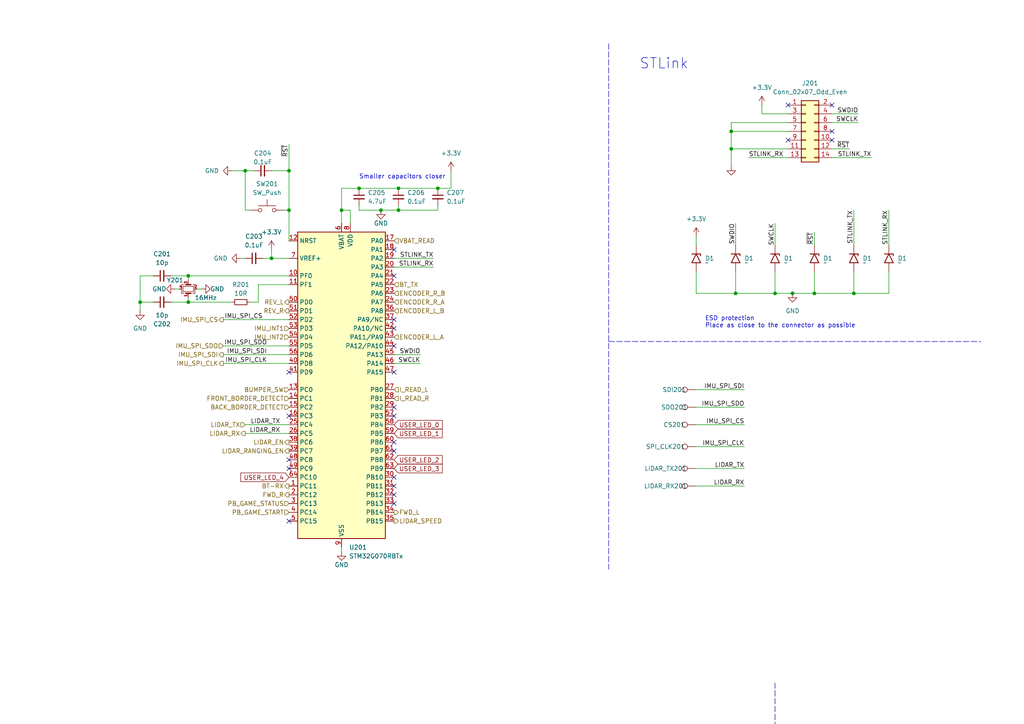
<source format=kicad_sch>
(kicad_sch (version 20230121) (generator eeschema)
  (paper "A4")
  (title_block (title "robot chat STM") (date "2023-09-19") (rev "1.0") (company "ENSEA"))
  (lib_symbols
    (symbol "Connector:TestPoint" (pin_numbers hide) (pin_names (offset 0.762) hide)
      (property "Reference" "TP" (at 0 6.858 0))
      (property "Value" "TestPoint" (at 0 5.08 0))
      (symbol "TestPoint_0_1"
        (circle (center 0 3.302) (radius 0.762))
      )
      (symbol "TestPoint_1_1"
        (pin passive line (at 0 0 90) (length 2.54) (name "1") (number "1"))
      )
    )
    (symbol "Connector_Generic:Conn_02x07_Odd_Even" (pin_names (offset 1.016) hide)
      (property "Reference" "J" (at 1.27 10.16 0))
      (property "Value" "Conn_02x07_Odd_Even" (at 1.27 -10.16 0))
      (symbol "Conn_02x07_Odd_Even_1_1"
        (rectangle (start -1.27 -7.493) (end 0 -7.747) (stroke (width 0.1524)))
        (rectangle (start -1.27 -4.953) (end 0 -5.207) (stroke (width 0.1524)))
        (rectangle (start -1.27 -2.413) (end 0 -2.667) (stroke (width 0.1524)))
        (rectangle (start -1.27 0.127) (end 0 -0.127) (stroke (width 0.1524)))
        (rectangle (start -1.27 2.667) (end 0 2.413) (stroke (width 0.1524)))
        (rectangle (start -1.27 5.207) (end 0 4.953) (stroke (width 0.1524)))
        (rectangle (start -1.27 7.747) (end 0 7.493) (stroke (width 0.1524)))
        (rectangle (start -1.27 8.89) (end 3.81 -8.89) (stroke (width 0.254)) (fill (type background)))
        (rectangle (start 3.81 -7.493) (end 2.54 -7.747) (stroke (width 0.1524)))
        (rectangle (start 3.81 -4.953) (end 2.54 -5.207) (stroke (width 0.1524)))
        (rectangle (start 3.81 -2.413) (end 2.54 -2.667) (stroke (width 0.1524)))
        (rectangle (start 3.81 0.127) (end 2.54 -0.127) (stroke (width 0.1524)))
        (rectangle (start 3.81 2.667) (end 2.54 2.413) (stroke (width 0.1524)))
        (rectangle (start 3.81 5.207) (end 2.54 4.953) (stroke (width 0.1524)))
        (rectangle (start 3.81 7.747) (end 2.54 7.493) (stroke (width 0.1524)))
        (pin passive line (at -5.08 7.62 0) (length 3.81) (name "Pin_1") (number "1"))
        (pin passive line (at 7.62 -2.54 180) (length 3.81) (name "Pin_10") (number "10"))
        (pin passive line (at -5.08 -5.08 0) (length 3.81) (name "Pin_11") (number "11"))
        (pin passive line (at 7.62 -5.08 180) (length 3.81) (name "Pin_12") (number "12"))
        (pin passive line (at -5.08 -7.62 0) (length 3.81) (name "Pin_13") (number "13"))
        (pin passive line (at 7.62 -7.62 180) (length 3.81) (name "Pin_14") (number "14"))
        (pin passive line (at 7.62 7.62 180) (length 3.81) (name "Pin_2") (number "2"))
        (pin passive line (at -5.08 5.08 0) (length 3.81) (name "Pin_3") (number "3"))
        (pin passive line (at 7.62 5.08 180) (length 3.81) (name "Pin_4") (number "4"))
        (pin passive line (at -5.08 2.54 0) (length 3.81) (name "Pin_5") (number "5"))
        (pin passive line (at 7.62 2.54 180) (length 3.81) (name "Pin_6") (number "6"))
        (pin passive line (at -5.08 0 0) (length 3.81) (name "Pin_7") (number "7"))
        (pin passive line (at 7.62 0 180) (length 3.81) (name "Pin_8") (number "8"))
        (pin passive line (at -5.08 -2.54 0) (length 3.81) (name "Pin_9") (number "9"))
      )
    )
    (symbol "Device:C_Small" (pin_numbers hide) (pin_names (offset 0.254) hide)
      (property "Reference" "C" (at 0.254 1.778 0))
      (property "Value" "C_Small" (at 0.254 -2.032 0))
      (symbol "C_Small_0_1"
        (polyline (pts (xy -1.524 -0.508) (xy 1.524 -0.508)) (stroke (width 0.3302)))
        (polyline (pts (xy -1.524 0.508) (xy 1.524 0.508)) (stroke (width 0.3048)))
      )
      (symbol "C_Small_1_1"
        (pin passive line (at 0 2.54 270) (length 2.032) (name "~") (number "1"))
        (pin passive line (at 0 -2.54 90) (length 2.032) (name "~") (number "2"))
      )
    )
    (symbol "Device:Crystal_GND24_Small" (pin_names (offset 1.016) hide)
      (property "Reference" "Y" (at 1.27 4.445 0))
      (property "Value" "Crystal_GND24_Small" (at 1.27 2.54 0))
      (symbol "Crystal_GND24_Small_0_1"
        (rectangle (start -0.762 -1.524) (end 0.762 1.524))
        (polyline (pts (xy -1.27 -0.762) (xy -1.27 0.762)) (stroke (width 0.381)))
        (polyline (pts (xy 1.27 -0.762) (xy 1.27 0.762)) (stroke (width 0.381)))
        (polyline (pts (xy -1.27 -1.27) (xy -1.27 -1.905) (xy 1.27 -1.905) (xy 1.27 -1.27)))
        (polyline (pts (xy -1.27 1.27) (xy -1.27 1.905) (xy 1.27 1.905) (xy 1.27 1.27)))
      )
      (symbol "Crystal_GND24_Small_1_1"
        (pin passive line (at -2.54 0 0) (length 1.27) (name "1") (number "1"))
        (pin passive line (at 0 -2.54 90) (length 0.635) (name "2") (number "2"))
        (pin passive line (at 2.54 0 180) (length 1.27) (name "3") (number "3"))
        (pin passive line (at 0 2.54 270) (length 0.635) (name "4") (number "4"))
      )
    )
    (symbol "Device:R_Small" (pin_numbers hide) (pin_names (offset 0.254) hide)
      (property "Reference" "R" (at 0.762 0.508 0))
      (property "Value" "R_Small" (at 0.762 -1.016 0))
      (symbol "R_Small_0_1"
        (rectangle (start -0.762 1.778) (end 0.762 -1.778) (stroke (width 0.2032)))
      )
      (symbol "R_Small_1_1"
        (pin passive line (at 0 2.54 270) (length 0.762) (name "~") (number "1"))
        (pin passive line (at 0 -2.54 90) (length 0.762) (name "~") (number "2"))
      )
    )
    (symbol "Diode:1N62xxA" (pin_numbers hide) (pin_names (offset 1.016) hide)
      (property "Reference" "D" (at 0 2.54 0))
      (property "Value" "1N62xxA" (at 0 -2.54 0))
      (symbol "1N62xxA_0_1"
        (polyline (pts (xy -0.762 1.27) (xy -1.27 1.27) (xy -1.27 -1.27)) (stroke (width 0.254)))
        (polyline (pts (xy 1.27 1.27) (xy 1.27 -1.27) (xy -1.27 0) (xy 1.27 1.27)) (stroke (width 0.254)))
      )
      (symbol "1N62xxA_1_1"
        (pin passive line (at -3.81 0 0) (length 2.54) (name "A1") (number "1"))
        (pin passive line (at 3.81 0 180) (length 2.54) (name "A2") (number "2"))
      )
    )
    (symbol "MCU_ST_STM32G0:STM32G070RBTx"
      (property "Reference" "U" (at -12.7 46.99 0))
      (property "Value" "STM32G070RBTx" (at 5.08 46.99 0))
      (symbol "STM32G070RBTx_0_1"
        (rectangle (start -12.7 -43.18) (end 12.7 45.72) (stroke (width 0.254)) (fill (type background)))
      )
      (symbol "STM32G070RBTx_1_1"
        (pin bidirectional line (at -15.24 -27.94 0) (length 2.54) (name "PC11") (number "1"))
        (pin bidirectional line (at -15.24 33.02 0) (length 2.54) (name "PF0") (number "10"))
        (pin bidirectional line (at -15.24 30.48 0) (length 2.54) (name "PF1") (number "11"))
        (pin input line (at -15.24 43.18 0) (length 2.54) (name "NRST") (number "12"))
        (pin bidirectional line (at -15.24 0 0) (length 2.54) (name "PC0") (number "13"))
        (pin bidirectional line (at -15.24 -2.54 0) (length 2.54) (name "PC1") (number "14"))
        (pin bidirectional line (at -15.24 -5.08 0) (length 2.54) (name "PC2") (number "15"))
        (pin bidirectional line (at -15.24 -7.62 0) (length 2.54) (name "PC3") (number "16"))
        (pin bidirectional line (at 15.24 43.18 180) (length 2.54) (name "PA0") (number "17"))
        (pin bidirectional line (at 15.24 40.64 180) (length 2.54) (name "PA1") (number "18"))
        (pin bidirectional line (at 15.24 38.1 180) (length 2.54) (name "PA2") (number "19"))
        (pin bidirectional line (at -15.24 -30.48 0) (length 2.54) (name "PC12") (number "2"))
        (pin bidirectional line (at 15.24 35.56 180) (length 2.54) (name "PA3") (number "20"))
        (pin bidirectional line (at 15.24 33.02 180) (length 2.54) (name "PA4") (number "21"))
        (pin bidirectional line (at 15.24 30.48 180) (length 2.54) (name "PA5") (number "22"))
        (pin bidirectional line (at 15.24 27.94 180) (length 2.54) (name "PA6") (number "23"))
        (pin bidirectional line (at 15.24 25.4 180) (length 2.54) (name "PA7") (number "24"))
        (pin bidirectional line (at -15.24 -10.16 0) (length 2.54) (name "PC4") (number "25"))
        (pin bidirectional line (at -15.24 -12.7 0) (length 2.54) (name "PC5") (number "26"))
        (pin bidirectional line (at 15.24 0 180) (length 2.54) (name "PB0") (number "27"))
        (pin bidirectional line (at 15.24 -2.54 180) (length 2.54) (name "PB1") (number "28"))
        (pin bidirectional line (at 15.24 -5.08 180) (length 2.54) (name "PB2") (number "29"))
        (pin bidirectional line (at -15.24 -33.02 0) (length 2.54) (name "PC13") (number "3"))
        (pin bidirectional line (at 15.24 -25.4 180) (length 2.54) (name "PB10") (number "30"))
        (pin bidirectional line (at 15.24 -27.94 180) (length 2.54) (name "PB11") (number "31"))
        (pin bidirectional line (at 15.24 -30.48 180) (length 2.54) (name "PB12") (number "32"))
        (pin bidirectional line (at 15.24 -33.02 180) (length 2.54) (name "PB13") (number "33"))
        (pin bidirectional line (at 15.24 -35.56 180) (length 2.54) (name "PB14") (number "34"))
        (pin bidirectional line (at 15.24 -38.1 180) (length 2.54) (name "PB15") (number "35"))
        (pin bidirectional line (at 15.24 22.86 180) (length 2.54) (name "PA8") (number "36"))
        (pin bidirectional line (at 15.24 20.32 180) (length 2.54) (name "PA9/NC") (number "37"))
        (pin bidirectional line (at -15.24 -15.24 0) (length 2.54) (name "PC6") (number "38"))
        (pin bidirectional line (at -15.24 -17.78 0) (length 2.54) (name "PC7") (number "39"))
        (pin bidirectional line (at -15.24 -35.56 0) (length 2.54) (name "PC14") (number "4"))
        (pin bidirectional line (at -15.24 7.62 0) (length 2.54) (name "PD8") (number "40"))
        (pin bidirectional line (at -15.24 5.08 0) (length 2.54) (name "PD9") (number "41"))
        (pin bidirectional line (at 15.24 17.78 180) (length 2.54) (name "PA10/NC") (number "42"))
        (pin bidirectional line (at 15.24 15.24 180) (length 2.54) (name "PA11/PA9") (number "43"))
        (pin bidirectional line (at 15.24 12.7 180) (length 2.54) (name "PA12/PA10") (number "44"))
        (pin bidirectional line (at 15.24 10.16 180) (length 2.54) (name "PA13") (number "45"))
        (pin bidirectional line (at 15.24 7.62 180) (length 2.54) (name "PA14") (number "46"))
        (pin bidirectional line (at 15.24 5.08 180) (length 2.54) (name "PA15") (number "47"))
        (pin bidirectional line (at -15.24 -20.32 0) (length 2.54) (name "PC8") (number "48"))
        (pin bidirectional line (at -15.24 -22.86 0) (length 2.54) (name "PC9") (number "49"))
        (pin bidirectional line (at -15.24 -38.1 0) (length 2.54) (name "PC15") (number "5"))
        (pin bidirectional line (at -15.24 25.4 0) (length 2.54) (name "PD0") (number "50"))
        (pin bidirectional line (at -15.24 22.86 0) (length 2.54) (name "PD1") (number "51"))
        (pin bidirectional line (at -15.24 20.32 0) (length 2.54) (name "PD2") (number "52"))
        (pin bidirectional line (at -15.24 17.78 0) (length 2.54) (name "PD3") (number "53"))
        (pin bidirectional line (at -15.24 15.24 0) (length 2.54) (name "PD4") (number "54"))
        (pin bidirectional line (at -15.24 12.7 0) (length 2.54) (name "PD5") (number "55"))
        (pin bidirectional line (at -15.24 10.16 0) (length 2.54) (name "PD6") (number "56"))
        (pin bidirectional line (at 15.24 -7.62 180) (length 2.54) (name "PB3") (number "57"))
        (pin bidirectional line (at 15.24 -10.16 180) (length 2.54) (name "PB4") (number "58"))
        (pin bidirectional line (at 15.24 -12.7 180) (length 2.54) (name "PB5") (number "59"))
        (pin power_in line (at 0 48.26 270) (length 2.54) (name "VBAT") (number "6"))
        (pin bidirectional line (at 15.24 -15.24 180) (length 2.54) (name "PB6") (number "60"))
        (pin bidirectional line (at 15.24 -17.78 180) (length 2.54) (name "PB7") (number "61"))
        (pin bidirectional line (at 15.24 -20.32 180) (length 2.54) (name "PB8") (number "62"))
        (pin bidirectional line (at 15.24 -22.86 180) (length 2.54) (name "PB9") (number "63"))
        (pin bidirectional line (at -15.24 -25.4 0) (length 2.54) (name "PC10") (number "64"))
        (pin input line (at -15.24 38.1 0) (length 2.54) (name "VREF+") (number "7"))
        (pin power_in line (at 2.54 48.26 270) (length 2.54) (name "VDD") (number "8"))
        (pin power_in line (at 0 -45.72 90) (length 2.54) (name "VSS") (number "9"))
      )
    )
    (symbol "Switch:SW_Push" (pin_numbers hide) (pin_names (offset 1.016) hide)
      (property "Reference" "SW" (at 1.27 2.54 0))
      (property "Value" "SW_Push" (at 0 -1.524 0))
      (symbol "SW_Push_0_1"
        (circle (center -2.032 0) (radius 0.508))
        (polyline (pts (xy 0 1.27) (xy 0 3.048)))
        (polyline (pts (xy 2.54 1.27) (xy -2.54 1.27)))
        (circle (center 2.032 0) (radius 0.508))
        (pin passive line (at -5.08 0 0) (length 2.54) (name "1") (number "1"))
        (pin passive line (at 5.08 0 180) (length 2.54) (name "2") (number "2"))
      )
    )
    (symbol "power:+3.3V" (power) (pin_names (offset 0))
      (property "Value" "+3.3V" (at 0 3.556 0))
      (symbol "+3.3V_0_1"
        (polyline (pts (xy -0.762 1.27) (xy 0 2.54)))
        (polyline (pts (xy 0 0) (xy 0 2.54)))
        (polyline (pts (xy 0 2.54) (xy 0.762 1.27)))
      )
      (symbol "+3.3V_1_1"
        (pin power_in line (at 0 0 90) (length 0) hide (name "+3.3V") (number "1"))
      )
    )
    (symbol "power:GND" (power) (pin_names (offset 0))
      (property "Value" "GND" (at 0 -3.81 0))
      (symbol "GND_0_1"
        (polyline (pts (xy 0 0) (xy 0 -1.27) (xy 1.27 -1.27) (xy 0 -2.54) (xy -1.27 -1.27) (xy 0 -1.27)))
      )
      (symbol "GND_1_1"
        (pin power_in line (at 0 0 270) (length 0) hide (name "GND") (number "1"))
      )
    )
  )
  (junction (at 115.57 60.96))
  (junction (at 78.74 74.93))
  (junction (at 224.79 85.09))
  (junction (at 212.09 43.18))
  (junction (at 71.12 49.53))
  (junction (at 236.22 85.09))
  (junction (at 247.65 85.09))
  (junction (at 104.14 54.61))
  (junction (at 212.09 38.1))
  (junction (at 83.82 60.96))
  (junction (at 127 54.61))
  (junction (at 110.49 60.96))
  (junction (at 115.57 54.61))
  (junction (at 99.06 60.96))
  (junction (at 54.61 80.01))
  (junction (at 229.87 85.09))
  (junction (at 213.36 85.09))
  (junction (at 40.64 87.63))
  (junction (at 83.82 49.53))
  (junction (at 54.61 87.63))
  (no_connect (at 114.3 130.81))
  (no_connect (at 114.3 118.11))
  (no_connect (at 83.82 107.95))
  (no_connect (at 241.3 30.48))
  (no_connect (at 114.3 128.27))
  (no_connect (at 241.3 40.64))
  (no_connect (at 114.3 107.95))
  (no_connect (at 228.6 40.64))
  (no_connect (at 114.3 95.25))
  (no_connect (at 83.82 120.65))
  (no_connect (at 114.3 92.71))
  (no_connect (at 83.82 133.35))
  (no_connect (at 114.3 80.01))
  (no_connect (at 114.3 143.51))
  (no_connect (at 114.3 138.43))
  (no_connect (at 114.3 146.05))
  (no_connect (at 114.3 100.33))
  (no_connect (at 83.82 135.89))
  (no_connect (at 83.82 151.13))
  (no_connect (at 114.3 140.97))
  (no_connect (at 114.3 120.65))
  (no_connect (at 241.3 38.1))
  (no_connect (at 114.3 72.39))
  (no_connect (at 228.6 30.48))
  (wire (pts (xy 236.22 67.31) (xy 236.22 71.12)))
  (wire (pts (xy 64.77 105.41) (xy 83.82 105.41)))
  (polyline (pts (xy 176.53 81.28) (xy 176.53 165.1)) (stroke (width 0) (type dash)))
  (wire (pts (xy 127 54.61) (xy 115.57 54.61)))
  (wire (pts (xy 212.09 38.1) (xy 228.6 38.1)))
  (wire (pts (xy 54.61 86.36) (xy 54.61 87.63)))
  (wire (pts (xy 125.73 77.47) (xy 114.3 77.47)))
  (wire (pts (xy 236.22 78.74) (xy 236.22 85.09)))
  (wire (pts (xy 201.93 85.09) (xy 213.36 85.09)))
  (wire (pts (xy 71.12 49.53) (xy 73.66 49.53)))
  (wire (pts (xy 224.79 85.09) (xy 224.79 78.74)))
  (wire (pts (xy 78.74 72.39) (xy 78.74 74.93)))
  (wire (pts (xy 201.93 140.97) (xy 215.9 140.97)))
  (wire (pts (xy 201.93 129.54) (xy 215.9 129.54)))
  (wire (pts (xy 49.53 80.01) (xy 54.61 80.01)))
  (wire (pts (xy 201.93 78.74) (xy 201.93 85.09)))
  (wire (pts (xy 40.64 80.01) (xy 40.64 87.63)))
  (wire (pts (xy 212.09 43.18) (xy 228.6 43.18)))
  (wire (pts (xy 130.81 49.53) (xy 130.81 54.61)))
  (wire (pts (xy 71.12 123.19) (xy 83.82 123.19)))
  (wire (pts (xy 213.36 85.09) (xy 213.36 78.74)))
  (wire (pts (xy 72.39 87.63) (xy 74.93 87.63)))
  (wire (pts (xy 69.85 74.93) (xy 71.12 74.93)))
  (wire (pts (xy 54.61 80.01) (xy 54.61 81.28)))
  (wire (pts (xy 99.06 54.61) (xy 104.14 54.61)))
  (wire (pts (xy 78.74 74.93) (xy 83.82 74.93)))
  (wire (pts (xy 50.8 83.82) (xy 52.07 83.82)))
  (wire (pts (xy 212.09 48.26) (xy 212.09 43.18)))
  (wire (pts (xy 64.77 100.33) (xy 83.82 100.33)))
  (wire (pts (xy 110.49 60.96) (xy 115.57 60.96)))
  (wire (pts (xy 99.06 158.75) (xy 99.06 160.02)))
  (wire (pts (xy 229.87 85.09) (xy 236.22 85.09)))
  (wire (pts (xy 99.06 64.77) (xy 99.06 60.96)))
  (wire (pts (xy 99.06 60.96) (xy 99.06 54.61)))
  (wire (pts (xy 57.15 83.82) (xy 58.42 83.82)))
  (wire (pts (xy 115.57 60.96) (xy 115.57 59.69)))
  (wire (pts (xy 257.81 60.96) (xy 257.81 71.12)))
  (wire (pts (xy 54.61 87.63) (xy 67.31 87.63)))
  (wire (pts (xy 114.3 105.41) (xy 121.92 105.41)))
  (wire (pts (xy 220.98 33.02) (xy 228.6 33.02)))
  (wire (pts (xy 224.79 85.09) (xy 229.87 85.09)))
  (polyline (pts (xy 224.79 281.94) (xy 224.79 198.12)) (stroke (width 0) (type dash)))
  (polyline (pts (xy 176.53 12.7) (xy 176.53 81.28)) (stroke (width 0) (type dash)))
  (wire (pts (xy 71.12 125.73) (xy 83.82 125.73)))
  (wire (pts (xy 201.93 113.03) (xy 215.9 113.03)))
  (wire (pts (xy 83.82 41.91) (xy 83.82 49.53)))
  (wire (pts (xy 64.77 92.71) (xy 83.82 92.71)))
  (wire (pts (xy 40.64 87.63) (xy 44.45 87.63)))
  (wire (pts (xy 212.09 35.56) (xy 212.09 38.1)))
  (wire (pts (xy 71.12 49.53) (xy 71.12 60.96)))
  (wire (pts (xy 201.93 135.89) (xy 215.9 135.89)))
  (wire (pts (xy 201.93 118.11) (xy 215.9 118.11)))
  (wire (pts (xy 241.3 35.56) (xy 248.92 35.56)))
  (wire (pts (xy 247.65 85.09) (xy 236.22 85.09)))
  (wire (pts (xy 82.55 60.96) (xy 83.82 60.96)))
  (wire (pts (xy 40.64 87.63) (xy 40.64 90.17)))
  (wire (pts (xy 247.65 78.74) (xy 247.65 85.09)))
  (wire (pts (xy 241.3 33.02) (xy 248.92 33.02)))
  (wire (pts (xy 127 60.96) (xy 115.57 60.96)))
  (polyline (pts (xy 176.53 99.06) (xy 284.48 99.06)) (stroke (width 0) (type dash)))
  (wire (pts (xy 104.14 54.61) (xy 115.57 54.61)))
  (wire (pts (xy 201.93 68.58) (xy 201.93 71.12)))
  (wire (pts (xy 44.45 80.01) (xy 40.64 80.01)))
  (wire (pts (xy 224.79 64.77) (xy 224.79 71.12)))
  (wire (pts (xy 83.82 60.96) (xy 83.82 69.85)))
  (wire (pts (xy 247.65 60.96) (xy 247.65 71.12)))
  (wire (pts (xy 83.82 49.53) (xy 83.82 60.96)))
  (wire (pts (xy 104.14 59.69) (xy 104.14 60.96)))
  (wire (pts (xy 101.6 60.96) (xy 99.06 60.96)))
  (wire (pts (xy 54.61 80.01) (xy 83.82 80.01)))
  (wire (pts (xy 241.3 43.18) (xy 246.38 43.18)))
  (wire (pts (xy 201.93 123.19) (xy 215.9 123.19)))
  (wire (pts (xy 228.6 35.56) (xy 212.09 35.56)))
  (wire (pts (xy 257.81 85.09) (xy 247.65 85.09)))
  (wire (pts (xy 213.36 64.77) (xy 213.36 71.12)))
  (wire (pts (xy 71.12 60.96) (xy 72.39 60.96)))
  (wire (pts (xy 74.93 87.63) (xy 74.93 82.55)))
  (wire (pts (xy 67.31 49.53) (xy 71.12 49.53)))
  (wire (pts (xy 257.81 78.74) (xy 257.81 85.09)))
  (wire (pts (xy 74.93 82.55) (xy 83.82 82.55)))
  (wire (pts (xy 220.98 30.48) (xy 220.98 33.02)))
  (wire (pts (xy 104.14 60.96) (xy 110.49 60.96)))
  (wire (pts (xy 241.3 45.72) (xy 252.73 45.72)))
  (wire (pts (xy 114.3 102.87) (xy 121.92 102.87)))
  (wire (pts (xy 78.74 49.53) (xy 83.82 49.53)))
  (wire (pts (xy 212.09 43.18) (xy 212.09 38.1)))
  (wire (pts (xy 101.6 64.77) (xy 101.6 60.96)))
  (wire (pts (xy 127 59.69) (xy 127 60.96)))
  (wire (pts (xy 217.17 45.72) (xy 228.6 45.72)))
  (wire (pts (xy 213.36 85.09) (xy 224.79 85.09)))
  (wire (pts (xy 114.3 74.93) (xy 125.73 74.93)))
  (wire (pts (xy 49.53 87.63) (xy 54.61 87.63)))
  (wire (pts (xy 76.2 74.93) (xy 78.74 74.93)))
  (wire (pts (xy 64.77 102.87) (xy 83.82 102.87)))
  (wire (pts (xy 127 54.61) (xy 130.81 54.61)))
  (text "Smaller capacitors closer" (at 104.14 52.07 0) (effects (font (size 1.27 1.27)) (justify left bottom)))
  (text "STLink" (at 185.42 20.32 0) (effects (font (size 3 3)) (justify left bottom)))
  (text "ESD protection\nPlace as close to the connector as possible" (at 204.47 95.25 0) (effects (font (size 1.27 1.27)) (justify left bottom)))
  (label "IMU_SPI_CLK" (at 77.47 105.41 180))
  (label "LIDAR_TX" (at 81.28 123.19 180))
  (label "IMU_SPI_SDO" (at 215.9 118.11 180))
  (label "STLINK_TX" (at 247.65 60.96 270))
  (label "~{RST}" (at 236.22 67.31 270))
  (label "IMU_SPI_SDO" (at 77.47 100.33 180))
  (label "IMU_SPI_CS" (at 76.2 92.71 180))
  (label "STLINK_TX" (at 125.73 74.93 180))
  (label "SWCLK" (at 121.92 105.41 180))
  (label "STLINK_RX" (at 125.73 77.47 180))
  (label "IMU_SPI_SDI" (at 215.9 113.03 180))
  (label "~{RST}" (at 83.82 41.91 270))
  (label "IMU_SPI_SDI" (at 77.47 102.87 180))
  (label "STLINK_RX" (at 217.17 45.72 0))
  (label "STLINK_RX" (at 257.81 60.96 270))
  (label "SWCLK" (at 248.92 35.56 180))
  (label "SWDIO" (at 248.92 33.02 180))
  (label "SWCLK" (at 224.79 64.77 270))
  (label "LIDAR_TX" (at 215.9 135.89 180))
  (label "IMU_SPI_CLK" (at 215.9 129.54 180))
  (label "LIDAR_RX" (at 215.9 140.97 180))
  (label "~{RST}" (at 246.38 43.18 180))
  (label "SWDIO" (at 121.92 102.87 180))
  (label "STLINK_TX" (at 252.73 45.72 180))
  (label "LIDAR_RX" (at 81.28 125.73 180))
  (label "IMU_SPI_CS" (at 215.9 123.19 180))
  (label "SWDIO" (at 213.36 64.77 270))
  (global_label "USER_LED_0" (shape input) (at 114.3 123.19 0) (property "Intersheetrefs" "${INTERSHEET_REFS}" (effects hide)))
  (global_label "USER_LED_4" (shape input) (at 83.82 138.43 180) (property "Intersheetrefs" "${INTERSHEET_REFS}" (effects hide)))
  (global_label "USER_LED_1" (shape input) (at 114.3 125.73 0) (property "Intersheetrefs" "${INTERSHEET_REFS}" (effects hide)))
  (global_label "USER_LED_3" (shape input) (at 114.3 135.89 0) (property "Intersheetrefs" "${INTERSHEET_REFS}" (effects hide)))
  (global_label "USER_LED_2" (shape input) (at 114.3 133.35 0) (property "Intersheetrefs" "${INTERSHEET_REFS}" (effects hide)))
  (hierarchical_label "BT_TX" (shape input) (at 114.3 82.55 0))
  (hierarchical_label "LIDAR_TX" (shape input) (at 71.12 123.19 180))
  (hierarchical_label "FWD_L" (shape output) (at 114.3 148.59 0))
  (hierarchical_label "IMU_SPI_SDO" (shape input) (at 64.77 100.33 180))
  (hierarchical_label "ENCODER_R_A" (shape input) (at 114.3 87.63 0))
  (hierarchical_label "IMU_SPI_CLK" (shape output) (at 64.77 105.41 180))
  (hierarchical_label "LIDAR_SPEED" (shape output) (at 114.3 151.13 0))
  (hierarchical_label "I_READ_R" (shape input) (at 114.3 115.57 0))
  (hierarchical_label "IMU_SPI_CS" (shape output) (at 64.77 92.71 180))
  (hierarchical_label "REV_R" (shape output) (at 83.82 90.17 180))
  (hierarchical_label "BACK_BORDER_DETECT" (shape input) (at 83.82 118.11 180))
  (hierarchical_label "ENCODER_L_B" (shape input) (at 114.3 90.17 0))
  (hierarchical_label "I_READ_L" (shape input) (at 114.3 113.03 0))
  (hierarchical_label "FRONT_BORDER_DETECT" (shape input) (at 83.82 115.57 180))
  (hierarchical_label "IMU_INT2" (shape input) (at 83.82 97.79 180))
  (hierarchical_label "LIDAR_EN" (shape output) (at 83.82 128.27 180))
  (hierarchical_label "REV_L" (shape output) (at 83.82 87.63 180))
  (hierarchical_label "BUMPER_SW" (shape input) (at 83.82 113.03 180))
  (hierarchical_label "BT-RX" (shape output) (at 83.82 140.97 180))
  (hierarchical_label "IMU_INT1" (shape input) (at 83.82 95.25 180))
  (hierarchical_label "PB_GAME_START" (shape input) (at 83.82 148.59 180))
  (hierarchical_label "LIDAR_RX" (shape output) (at 71.12 125.73 180))
  (hierarchical_label "ENCODER_R_B" (shape input) (at 114.3 85.09 0))
  (hierarchical_label "VBAT_READ" (shape input) (at 114.3 69.85 0))
  (hierarchical_label "IMU_SPI_SDI" (shape output) (at 64.77 102.87 180))
  (hierarchical_label "PB_GAME_STATUS" (shape input) (at 83.82 146.05 180))
  (hierarchical_label "FWD_R" (shape output) (at 83.82 143.51 180))
  (hierarchical_label "LIDAR_RANGING_EN" (shape output) (at 83.82 130.81 180))
  (hierarchical_label "ENCODER_L_A" (shape input) (at 114.3 97.79 0))
  (symbol (lib_id "MCU_ST_STM32G0:STM32G070RBTx") (at 99.06 113.03 0) (unit 1)
    (property "Reference" "U201" (at 101.2541 158.75 0) (effects (justify left)))
    (property "Value" "STM32G070RBTx" (at 101.2541 161.29 0) (effects (justify left)))
    (property "Footprint" "Package_QFP:LQFP-64_10x10mm_P0.5mm" (effects hide))
    (property "Datasheet" "https://www.st.com/resource/en/datasheet/stm32g070rb.pdf" (effects hide))
  )
  (symbol (lib_id "power:GND") (at 229.87 85.09 0) (unit 1)
    (property "Reference" "#PWR0213" (effects hide))
    (property "Value" "GND" (at 229.87 90.17 0))
  )
  (symbol (lib_id "power:+3.3V") (at 201.93 68.58 0) (unit 1)
    (property "Reference" "#PWR0210" (effects hide))
    (property "Value" "+3.3V" (at 201.93 63.5 0))
  )
  (symbol (lib_id "power:+3.3V") (at 220.98 30.48 0) (unit 1)
    (property "Reference" "#PWR0212" (effects hide))
    (property "Value" "+3.3V" (at 220.98 25.4 0))
  )
  (symbol (lib_id "Device:C_Small") (at 76.2 49.53 90) (mirror x) (unit 1)
    (property "Reference" "C204" (at 76.2 44.45 90))
    (property "Value" "0.1uF" (at 76.2 46.99 90))
    (property "Footprint" "Capacitor_SMD:C_0603_1608Metric" (effects hide))
  )
  (symbol (lib_id "Diode:1N62xxA") (at 201.93 74.93 270) (unit 1)
    (property "Reference" "D1" (at 204.47 74.93 90) (effects (justify left)))
    (property "Value" "~" (at 204.47 76.2 90) (effects (justify left)))
    (property "Footprint" "Diode_SMD:D_SOD-923" (effects hide))
    (instances (project "robot_chat" (path "" (reference "D1") (unit 1)) (path "" (reference "D201") (unit 1))))
  )
  (symbol (lib_id "power:GND") (at 67.31 49.53 270) (unit 1)
    (property "Reference" "#PWR0204" (effects hide))
    (property "Value" "GND" (at 63.5 49.53 90) (effects (justify right)))
  )
  (symbol (lib_id "Device:C_Small") (at 104.14 57.15 0) (unit 1)
    (property "Reference" "C205" (at 106.68 55.8863 0) (effects (justify left)))
    (property "Value" "4.7uF" (at 106.68 58.4263 0) (effects (justify left)))
    (property "Footprint" "Capacitor_SMD:C_0603_1608Metric" (effects hide))
  )
  (symbol (lib_id "Diode:1N62xxA") (at 213.36 74.93 270) (unit 1)
    (property "Reference" "D1" (at 215.9 74.93 90) (effects (justify left)))
    (property "Value" "~" (at 215.9 76.2 90) (effects (justify left)))
    (property "Footprint" "Diode_SMD:D_SOD-923" (effects hide))
    (instances (project "robot_chat" (path "" (reference "D1") (unit 1)) (path "" (reference "D202") (unit 1))))
  )
  (symbol (lib_id "Connector:TestPoint") (at 201.93 118.11 90) (unit 1)
    (property "Reference" "SDO201" (at 195.58 118.11 90))
    (property "Value" "TestPoint" (effects hide))
    (property "Footprint" "TestPoint:TestPoint_Pad_D1.0mm" (effects hide))
  )
  (symbol (lib_id "Connector_Generic:Conn_02x07_Odd_Even") (at 233.68 38.1 0) (unit 1)
    (property "Reference" "J201" (at 234.95 24.13 0))
    (property "Value" "Conn_02x07_Odd_Even" (at 234.95 26.67 0))
    (property "Footprint" "Connector_PinHeader_1.27mm:PinHeader_2x07_P1.27mm_Vertical_SMD" (effects hide))
  )
  (symbol (lib_id "Diode:1N62xxA") (at 224.79 74.93 270) (unit 1)
    (property "Reference" "D1" (at 227.33 74.93 90) (effects (justify left)))
    (property "Value" "~" (at 227.33 76.2 90) (effects (justify left)))
    (property "Footprint" "Diode_SMD:D_SOD-923" (effects hide))
    (instances (project "robot_chat" (path "" (reference "D1") (unit 1)) (path "" (reference "D203") (unit 1))))
  )
  (symbol (lib_id "power:GND") (at 50.8 83.82 270) (unit 1)
    (property "Reference" "#PWR0202" (effects hide))
    (property "Value" "GND" (at 48.26 83.82 90) (effects (justify right)))
  )
  (symbol (lib_id "Diode:1N62xxA") (at 247.65 74.93 270) (unit 1)
    (property "Reference" "D1" (at 250.19 74.93 90) (effects (justify left)))
    (property "Value" "~" (at 250.19 76.2 90) (effects (justify left)))
    (property "Footprint" "Diode_SMD:D_SOD-923" (effects hide))
    (instances (project "robot_chat" (path "" (reference "D1") (unit 1)) (path "" (reference "D205") (unit 1))))
  )
  (symbol (lib_id "power:GND") (at 69.85 74.93 270) (unit 1)
    (property "Reference" "#PWR0205" (effects hide))
    (property "Value" "GND" (at 66.04 74.93 90) (effects (justify right)))
  )
  (symbol (lib_id "Device:C_Small") (at 115.57 57.15 0) (unit 1)
    (property "Reference" "C206" (at 118.11 55.8863 0) (effects (justify left)))
    (property "Value" "0.1uF" (at 118.11 58.4263 0) (effects (justify left)))
    (property "Footprint" "Capacitor_SMD:C_0603_1608Metric" (effects hide))
  )
  (symbol (lib_id "Diode:1N62xxA") (at 257.81 74.93 270) (unit 1)
    (property "Reference" "D1" (at 260.35 74.93 90) (effects (justify left)))
    (property "Value" "~" (at 260.35 76.2 90) (effects (justify left)))
    (property "Footprint" "Diode_SMD:D_SOD-923" (effects hide))
    (instances (project "robot_chat" (path "" (reference "D1") (unit 1)) (path "" (reference "D206") (unit 1))))
  )
  (symbol (lib_id "Connector:TestPoint") (at 201.93 140.97 90) (unit 1)
    (property "Reference" "LIDAR_RX201" (at 193.04 140.97 90))
    (property "Value" "TestPoint" (effects hide))
    (property "Footprint" "TestPoint:TestPoint_Pad_D1.0mm" (effects hide))
  )
  (symbol (lib_id "Device:C_Small") (at 46.99 80.01 90) (unit 1)
    (property "Reference" "C201" (at 46.9963 73.66 90))
    (property "Value" "10p" (at 46.9963 76.2 90))
    (property "Footprint" "Capacitor_SMD:C_0603_1608Metric" (effects hide))
  )
  (symbol (lib_id "power:GND") (at 40.64 90.17 0) (unit 1)
    (property "Reference" "#PWR0201" (effects hide))
    (property "Value" "GND" (at 40.64 95.25 0))
  )
  (symbol (lib_id "power:+3.3V") (at 130.81 49.53 0) (unit 1)
    (property "Reference" "#PWR0209" (effects hide))
    (property "Value" "+3.3V" (at 130.81 44.45 0))
  )
  (symbol (lib_id "Connector:TestPoint") (at 201.93 129.54 90) (unit 1)
    (property "Reference" "SPI_CLK201" (at 193.04 129.54 90))
    (property "Value" "TestPoint" (effects hide))
    (property "Footprint" "TestPoint:TestPoint_Pad_D1.0mm" (effects hide))
  )
  (symbol (lib_id "power:GND") (at 58.42 83.82 90) (unit 1)
    (property "Reference" "#PWR0203" (effects hide))
    (property "Value" "GND" (at 60.96 83.82 90) (effects (justify right)))
  )
  (symbol (lib_id "Connector:TestPoint") (at 201.93 113.03 90) (unit 1)
    (property "Reference" "SDI201" (at 195.58 113.03 90))
    (property "Value" "TestPoint" (effects hide))
    (property "Footprint" "TestPoint:TestPoint_Pad_D1.0mm" (effects hide))
  )
  (symbol (lib_id "Connector:TestPoint") (at 201.93 123.19 90) (unit 1)
    (property "Reference" "CS201" (at 195.58 123.19 90))
    (property "Value" "TestPoint" (effects hide))
    (property "Footprint" "TestPoint:TestPoint_Pad_D1.0mm" (effects hide))
  )
  (symbol (lib_id "power:GND") (at 212.09 48.26 0) (unit 1)
    (property "Reference" "#PWR0211" (effects hide))
    (property "Value" "GND" (effects hide))
  )
  (symbol (lib_id "Connector:TestPoint") (at 201.93 135.89 90) (unit 1)
    (property "Reference" "LIDAR_TX201" (at 193.04 135.89 90))
    (property "Value" "TestPoint" (effects hide))
    (property "Footprint" "TestPoint:TestPoint_Pad_D1.0mm" (effects hide))
  )
  (symbol (lib_id "power:+3.3V") (at 78.74 72.39 0) (unit 1)
    (property "Reference" "#PWR0206" (effects hide))
    (property "Value" "+3.3V" (at 78.74 67.31 0))
  )
  (symbol (lib_id "Device:R_Small") (at 69.85 87.63 90) (unit 1)
    (property "Reference" "R201" (at 69.85 82.55 90))
    (property "Value" "10R" (at 69.85 85.09 90))
    (property "Footprint" "Resistor_SMD:R_0603_1608Metric" (effects hide))
  )
  (symbol (lib_id "Switch:SW_Push") (at 77.47 60.96 0) (unit 1)
    (property "Reference" "SW201" (at 77.47 53.34 0))
    (property "Value" "SW_Push" (at 77.47 55.88 0))
    (property "Footprint" "Button_Switch_SMD:SW_SPST_B3U-1000P" (effects hide))
  )
  (symbol (lib_id "power:GND") (at 99.06 160.02 0) (unit 1)
    (property "Reference" "#PWR0207" (effects hide))
    (property "Value" "GND" (at 99.06 163.83 0))
  )
  (symbol (lib_id "power:GND") (at 110.49 60.96 0) (unit 1)
    (property "Reference" "#PWR0208" (effects hide))
    (property "Value" "GND" (at 110.49 64.77 0))
  )
  (symbol (lib_id "Device:C_Small") (at 127 57.15 0) (unit 1)
    (property "Reference" "C207" (at 129.54 55.8863 0) (effects (justify left)))
    (property "Value" "0.1uF" (at 129.54 58.4263 0) (effects (justify left)))
    (property "Footprint" "Capacitor_SMD:C_0603_1608Metric" (effects hide))
  )
  (symbol (lib_id "Device:Crystal_GND24_Small") (at 54.61 83.82 90) (unit 1)
    (property "Reference" "Y201" (at 50.8 81.28 90))
    (property "Value" "16MHz" (at 59.69 86.36 90))
    (property "Footprint" "Crystal:Crystal_SMD_EuroQuartz_MT-4Pin_3.2x2.5mm" (effects hide))
  )
  (symbol (lib_id "Device:C_Small") (at 73.66 74.93 90) (unit 1)
    (property "Reference" "C203" (at 73.6663 68.58 90))
    (property "Value" "0.1uF" (at 73.6663 71.12 90))
    (property "Footprint" "Capacitor_SMD:C_0603_1608Metric" (effects hide))
  )
  (symbol (lib_id "Diode:1N62xxA") (at 236.22 74.93 270) (unit 1)
    (property "Reference" "D1" (at 238.76 74.93 90) (effects (justify left)))
    (property "Value" "~" (at 238.76 76.2 90) (effects (justify left)))
    (property "Footprint" "Diode_SMD:D_SOD-923" (effects hide))
    (instances (project "robot_chat" (path "" (reference "D1") (unit 1)) (path "" (reference "D204") (unit 1))))
  )
  (symbol (lib_id "Device:C_Small") (at 46.99 87.63 90) (mirror x) (unit 1)
    (property "Reference" "C202" (at 46.9963 93.98 90))
    (property "Value" "10p" (at 46.9963 91.44 90))
    (property "Footprint" "Capacitor_SMD:C_0603_1608Metric" (effects hide))
  )
)
</source>
